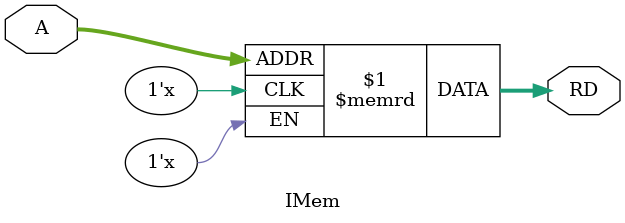
<source format=v>
`define Data_Width 32
module IMem (
    input [5:0] A,
    output [`Data_Width-1:0] RD);

    parameter IMEM_SIZE = 64;


    reg [`Data_Width-1:0] RAM[IMEM_SIZE-1:0];
    initial begin
        // 修改project_path为你的工程路径
        // $readmemb("project_path/SimpleMIPSCPU/V_0.0.0/scripts/test.bin",RAM);
    end
    assign RD = RAM[A];
    
endmodule
</source>
